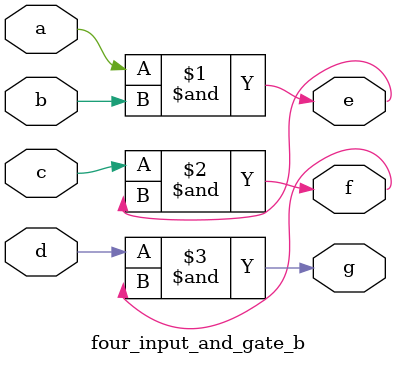
<source format=v>
`timescale 1ns / 1ps


module four_input_and_gate_b(
    input a, b, c, d,
    output e, f, g
    );
    assign e = a&b;
    assign f = c&e;
    assign g = d&f;
endmodule

</source>
